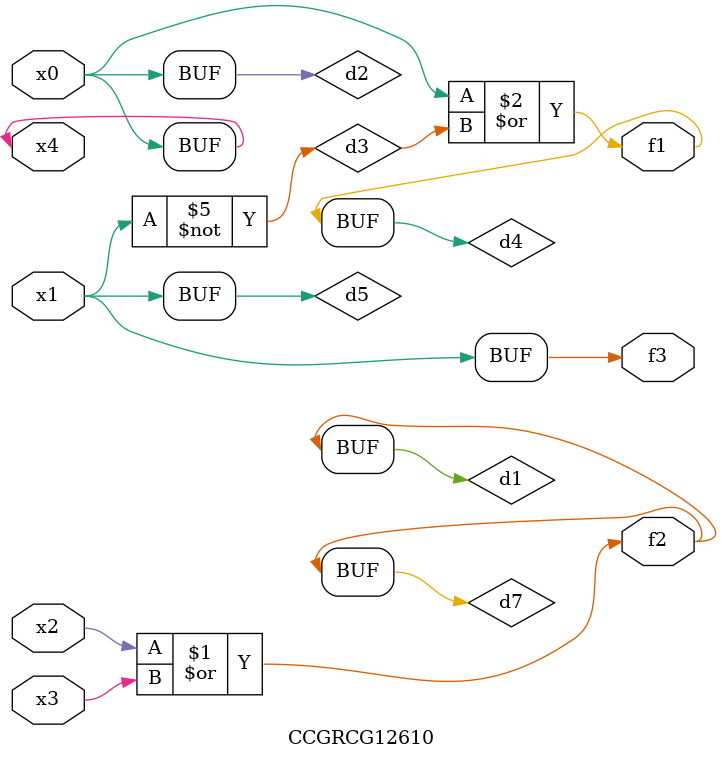
<source format=v>
module CCGRCG12610(
	input x0, x1, x2, x3, x4,
	output f1, f2, f3
);

	wire d1, d2, d3, d4, d5, d6, d7;

	or (d1, x2, x3);
	buf (d2, x0, x4);
	not (d3, x1);
	or (d4, d2, d3);
	not (d5, d3);
	nand (d6, d1, d3);
	or (d7, d1);
	assign f1 = d4;
	assign f2 = d7;
	assign f3 = d5;
endmodule

</source>
